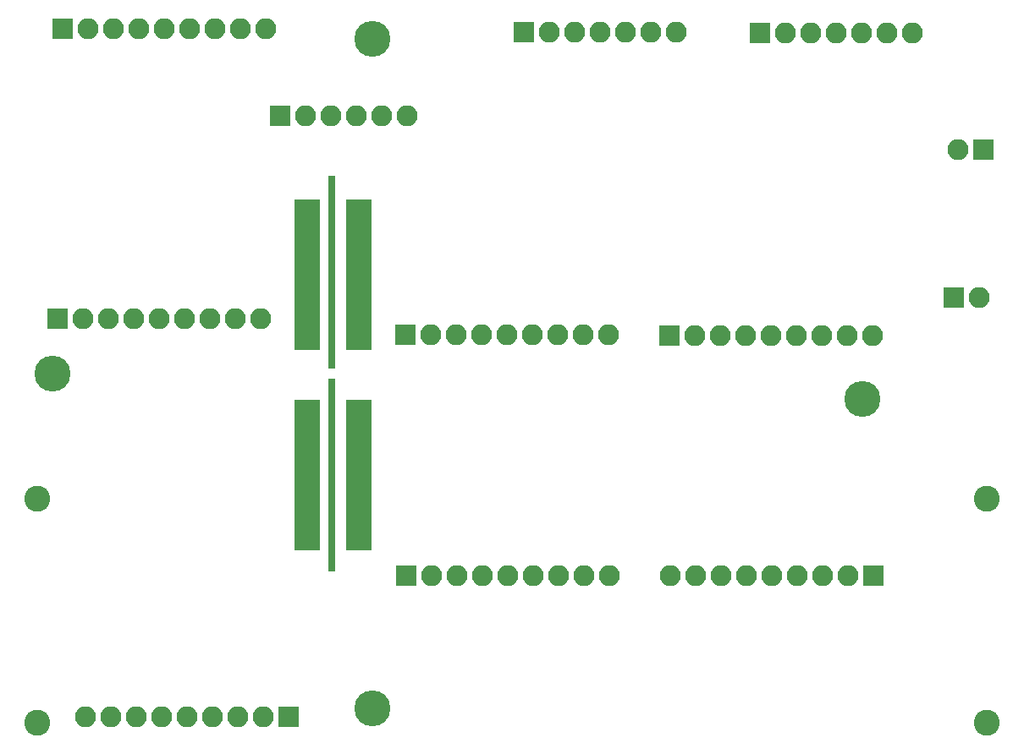
<source format=gbr>
G04 #@! TF.FileFunction,Soldermask,Bot*
%FSLAX46Y46*%
G04 Gerber Fmt 4.6, Leading zero omitted, Abs format (unit mm)*
G04 Created by KiCad (PCBNEW 4.0.7-e2-6376~60~ubuntu17.10.1) date Tue Mar 20 11:33:17 2018*
%MOMM*%
%LPD*%
G01*
G04 APERTURE LIST*
%ADD10C,0.020000*%
%ADD11C,2.600000*%
%ADD12R,2.100000X2.100000*%
%ADD13O,2.100000X2.100000*%
%ADD14C,3.600000*%
%ADD15R,2.600000X0.600000*%
%ADD16R,0.800000X19.400000*%
G04 APERTURE END LIST*
D10*
D11*
X97611900Y25105140D03*
X2611900Y25105140D03*
X97611900Y2605140D03*
X2611900Y2605140D03*
D12*
X39497000Y17393920D03*
D13*
X42037000Y17393920D03*
X44577000Y17393920D03*
X47117000Y17393920D03*
X49657000Y17393920D03*
X52197000Y17393920D03*
X54737000Y17393920D03*
X57277000Y17393920D03*
X59817000Y17393920D03*
D12*
X27724100Y3202940D03*
D13*
X25184100Y3202940D03*
X22644100Y3202940D03*
X20104100Y3202940D03*
X17564100Y3202940D03*
X15024100Y3202940D03*
X12484100Y3202940D03*
X9944100Y3202940D03*
X7404100Y3202940D03*
D12*
X4655820Y43070780D03*
D13*
X7195820Y43070780D03*
X9735820Y43070780D03*
X12275820Y43070780D03*
X14815820Y43070780D03*
X17355820Y43070780D03*
X19895820Y43070780D03*
X22435820Y43070780D03*
X24975820Y43070780D03*
D12*
X5158740Y72184260D03*
D13*
X7698740Y72184260D03*
X10238740Y72184260D03*
X12778740Y72184260D03*
X15318740Y72184260D03*
X17858740Y72184260D03*
X20398740Y72184260D03*
X22938740Y72184260D03*
X25478740Y72184260D03*
D12*
X26885900Y63400940D03*
D13*
X29425900Y63400940D03*
X31965900Y63400940D03*
X34505900Y63400940D03*
X37045900Y63400940D03*
X39585900Y63400940D03*
D12*
X74930000Y71719440D03*
D13*
X77470000Y71719440D03*
X80010000Y71719440D03*
X82550000Y71719440D03*
X85090000Y71719440D03*
X87630000Y71719440D03*
X90170000Y71719440D03*
D12*
X97256600Y60010040D03*
D13*
X94716600Y60010040D03*
D12*
X94322900Y45227240D03*
D13*
X96862900Y45227240D03*
D12*
X51282600Y71808340D03*
D13*
X53822600Y71808340D03*
X56362600Y71808340D03*
X58902600Y71808340D03*
X61442600Y71808340D03*
X63982600Y71808340D03*
X66522600Y71808340D03*
D12*
X39458900Y41531540D03*
D13*
X41998900Y41531540D03*
X44538900Y41531540D03*
X47078900Y41531540D03*
X49618900Y41531540D03*
X52158900Y41531540D03*
X54698900Y41531540D03*
X57238900Y41531540D03*
X59778900Y41531540D03*
D12*
X65862200Y41417240D03*
D13*
X68402200Y41417240D03*
X70942200Y41417240D03*
X73482200Y41417240D03*
X76022200Y41417240D03*
X78562200Y41417240D03*
X81102200Y41417240D03*
X83642200Y41417240D03*
X86182200Y41417240D03*
D12*
X86210140Y17381220D03*
D13*
X83670140Y17381220D03*
X81130140Y17381220D03*
X78590140Y17381220D03*
X76050140Y17381220D03*
X73510140Y17381220D03*
X70970140Y17381220D03*
X68430140Y17381220D03*
X65890140Y17381220D03*
D14*
X85111900Y35105140D03*
X4111900Y37605140D03*
X36111900Y4105140D03*
X36111900Y71105140D03*
D15*
X29607150Y20207190D03*
X34807150Y20207190D03*
X29607150Y20707190D03*
X34807150Y20707190D03*
X29607150Y21207190D03*
X34807150Y21207190D03*
X29607150Y21707190D03*
X34807150Y21707190D03*
X29607150Y22207190D03*
X34807150Y22207190D03*
X29607150Y22707190D03*
X34807150Y22707190D03*
X29607150Y23207190D03*
X34807150Y23207190D03*
X29607150Y23707190D03*
X34807150Y23707190D03*
X29607150Y24207190D03*
X34807150Y24207190D03*
X29607150Y24707190D03*
X34807150Y24707190D03*
X29607150Y25207190D03*
X34807150Y25207190D03*
X29607150Y25707190D03*
X34807150Y25707190D03*
X29607150Y26207190D03*
X34807150Y26207190D03*
X29607150Y26707190D03*
X34807150Y26707190D03*
X29607150Y27207190D03*
X34807150Y27207190D03*
X29607150Y27707190D03*
X34807150Y27707190D03*
X29607150Y28207190D03*
X34807150Y28207190D03*
X29607150Y28707190D03*
X34807150Y28707190D03*
X29607150Y29207190D03*
X34807150Y29207190D03*
X29607150Y29707190D03*
X34807150Y29707190D03*
X29607150Y30207190D03*
X34807150Y30207190D03*
X29607150Y30707190D03*
X34807150Y30707190D03*
X29607150Y31207190D03*
X34807150Y31207190D03*
X29607150Y31707190D03*
X34807150Y31707190D03*
X29607150Y32207190D03*
X34807150Y32207190D03*
X29607150Y32707190D03*
X34807150Y32707190D03*
X29607150Y33207190D03*
X34807150Y33207190D03*
X29607150Y33707190D03*
X34807150Y33707190D03*
X29607150Y34207190D03*
X34807150Y34207190D03*
X29607150Y34707190D03*
X34807150Y34707190D03*
X29594450Y40261790D03*
X34794450Y40261790D03*
X29594450Y40761790D03*
X34794450Y40761790D03*
X29594450Y41261790D03*
X34794450Y41261790D03*
X29594450Y41761790D03*
X34794450Y41761790D03*
X29594450Y42261790D03*
X34794450Y42261790D03*
X29594450Y42761790D03*
X34794450Y42761790D03*
X29594450Y43261790D03*
X34794450Y43261790D03*
X29594450Y43761790D03*
X34794450Y43761790D03*
X29594450Y44261790D03*
X34794450Y44261790D03*
X29594450Y44761790D03*
X34794450Y44761790D03*
X29594450Y45261790D03*
X34794450Y45261790D03*
X29594450Y45761790D03*
X34794450Y45761790D03*
X29594450Y46261790D03*
X34794450Y46261790D03*
X29594450Y46761790D03*
X34794450Y46761790D03*
X29594450Y47261790D03*
X34794450Y47261790D03*
X29594450Y47761790D03*
X34794450Y47761790D03*
X29594450Y48261790D03*
X34794450Y48261790D03*
X29594450Y48761790D03*
X34794450Y48761790D03*
X29594450Y49261790D03*
X34794450Y49261790D03*
X29594450Y49761790D03*
X34794450Y49761790D03*
X29594450Y50261790D03*
X34794450Y50261790D03*
X29594450Y50761790D03*
X34794450Y50761790D03*
X29594450Y51261790D03*
X34794450Y51261790D03*
X29594450Y51761790D03*
X34794450Y51761790D03*
X29594450Y52261790D03*
X34794450Y52261790D03*
X29594450Y52761790D03*
X34794450Y52761790D03*
X29594450Y53261790D03*
X34794450Y53261790D03*
X29594450Y53761790D03*
X34794450Y53761790D03*
X29594450Y54261790D03*
X34794450Y54261790D03*
X29594450Y54761790D03*
X34794450Y54761790D03*
D16*
X32086500Y27432440D03*
X32099200Y47739740D03*
M02*

</source>
